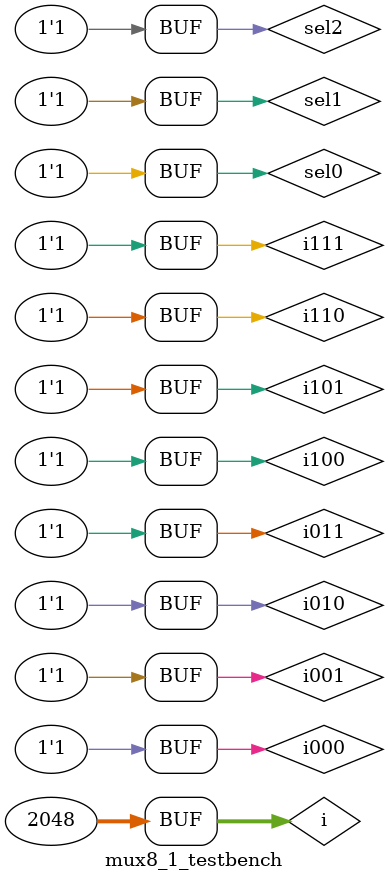
<source format=sv>
module mux8_1(out, i000, i001, i010, i011, i100, i101, i110, i111, sel0, sel1, sel2);
	output logic out;
	input logic i000, i001, i010, i011, i100, i101, i110, i111, sel0, sel1, sel2;

	logic v0, v1;

	mux4_1 m0 (.out(v0), .i00(i000), .i01(i001), .i10(i010), .i11(i011), .sel0, .sel1);
	mux4_1 m1 (.out(v1), .i00(i100), .i01(i101), .i10(i110), .i11(i111), .sel0, .sel1);
	mux2_1 m (.out(out), .i0(v0), .i1(v1), .sel(sel2));
endmodule

module mux8_1_testbench();
	logic i000, i001, i010, i011, i100, i101, i110, i111, sel0, sel1, sel2;
	logic out;

	mux8_1 dut (.out, .i000, .i001, .i010, .i011, .i100, .i101, .i110, .i111, .sel0, .sel1, .sel2);

	integer i;
	initial begin
		for(i=0; i<2048; i++) begin
			{sel2, sel1, sel0, i000, i001, i010, i011, i100, i101, i110, i111} = i; #10;
		end
	end
endmodule 
</source>
